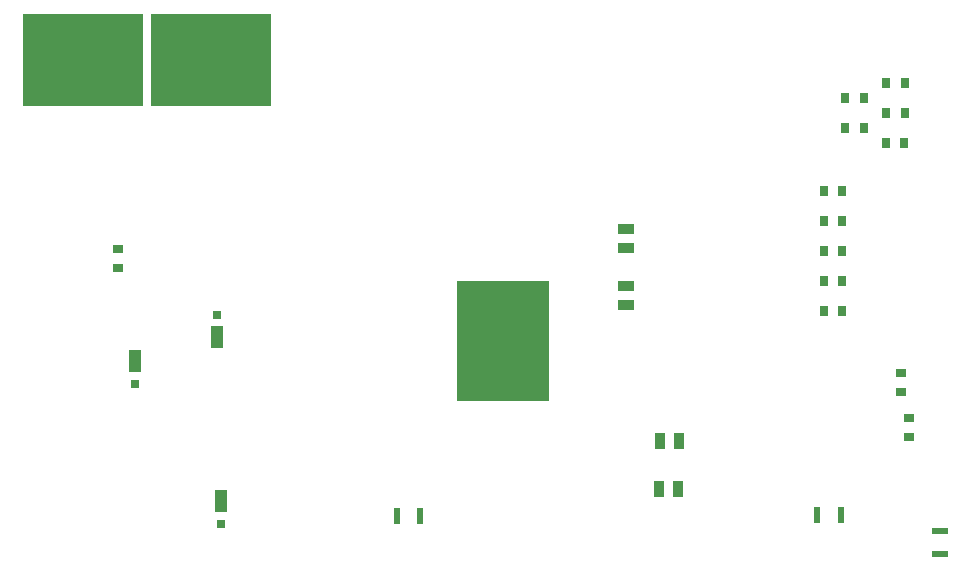
<source format=gbr>
G04 EasyPC Gerber Version 21.0.3 Build 4286 *
G04 #@! TF.Part,Single*
G04 #@! TF.FileFunction,Paste,Bot *
G04 #@! TF.FilePolarity,Positive *
%FSLAX35Y35*%
%MOIN*%
G04 #@! TA.AperFunction,SMDPad*
%ADD112R,0.02041X0.05387*%
%ADD107R,0.03143X0.03537*%
%ADD110R,0.03616X0.05387*%
%ADD114R,0.03931X0.07474*%
%ADD111R,0.31096X0.39954*%
%ADD115R,0.02750X0.02750*%
%ADD116R,0.05387X0.02041*%
%ADD108R,0.03537X0.03143*%
%ADD109R,0.05387X0.03616*%
%ADD113R,0.39954X0.31096*%
X0Y0D02*
D02*
D107*
X288144Y90812D03*
Y100812D03*
Y110812D03*
Y120812D03*
Y130812D03*
X294443Y90812D03*
Y100812D03*
Y110812D03*
Y120812D03*
Y130812D03*
X295307Y151850D03*
X295394Y161850D03*
X301606Y151850D03*
X301693Y161850D03*
X308807Y146850D03*
X309057Y156850D03*
Y166850D03*
X315106Y146850D03*
X315356Y156850D03*
Y166850D03*
D02*
D108*
X53116Y104936D03*
Y111235D03*
X313793Y63662D03*
Y69961D03*
X316543Y48662D03*
Y54961D03*
D02*
D109*
X222293Y92662D03*
Y98961D03*
Y111662D03*
Y117961D03*
D02*
D110*
X233394Y31562D03*
X233510Y47377D03*
X239693Y31562D03*
X239809Y47377D03*
D02*
D111*
X181345Y80684D03*
D02*
D112*
X145911Y22456D03*
X153785D03*
X286106Y22812D03*
X293980D03*
D02*
D113*
X41305Y174424D03*
X84061D03*
D02*
D114*
X58785Y74030D03*
X85951Y81904D03*
X87250Y27377D03*
D02*
D115*
X58785Y66550D03*
X85951Y89385D03*
X87250Y19896D03*
D02*
D116*
X326793Y9625D03*
Y17499D03*
X0Y0D02*
M02*

</source>
